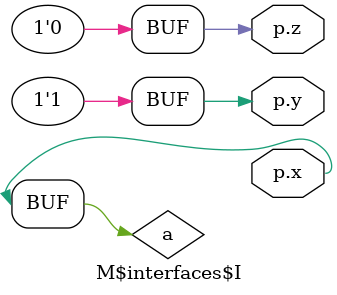
<source format=sv>

interface I;

  logic z;
  logic y;
  logic x;

  modport P
    ( output z
    , output y
    , output x
    );

endinterface

module M
  ( I.P p
  );

  localparam bit Z = 1'b0;
  logic a;

  always_comb p.z = Z;      // Constant
  always_comb p.y = 1'b1;   // Literal
  always_comb p.x = a;      // Signal

endmodule

module top;
  I u_I();
  M u_M
    ( .p(u_I)
    );
endmodule

</source>
